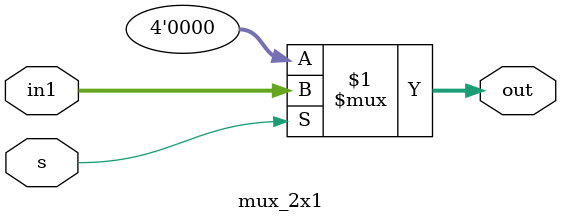
<source format=v>
module mux_2x1(
	input  	  [3:0] in1,
	input  		 	  s  ,
	output [3:0] out);
	
	assign out = s? in1: 4'b0000;
	
endmodule
</source>
